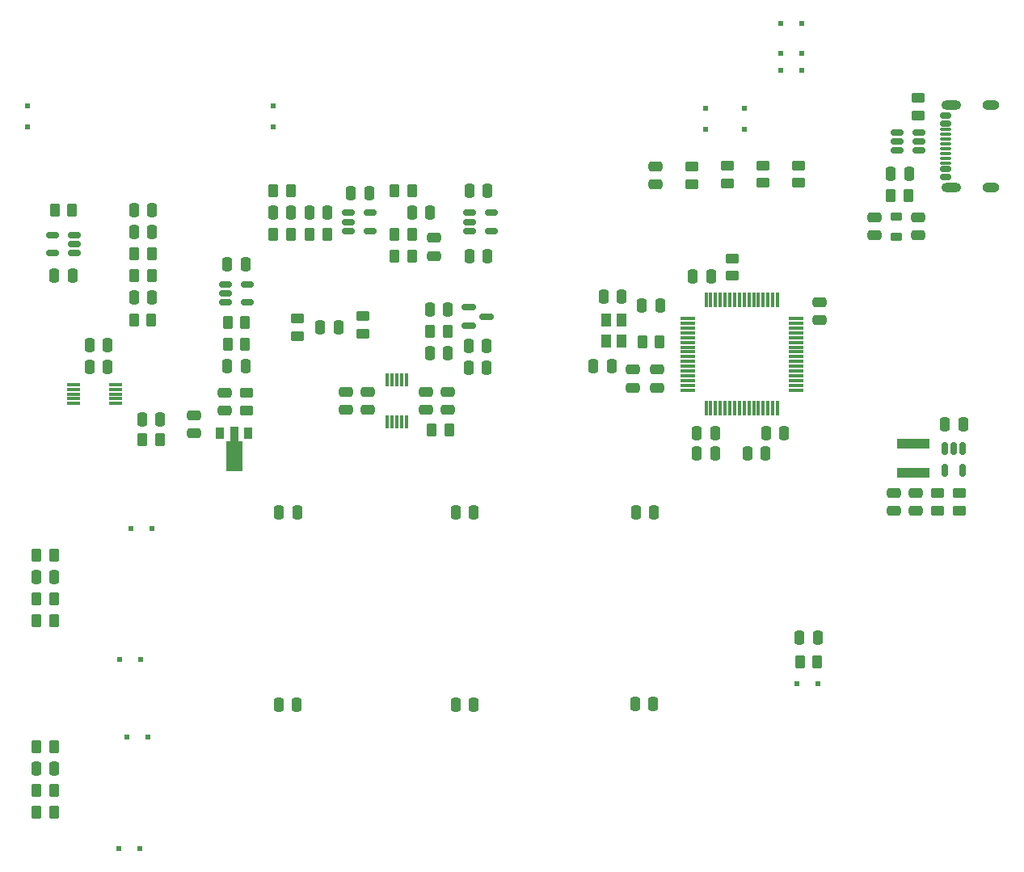
<source format=gbr>
%TF.GenerationSoftware,KiCad,Pcbnew,7.0.8*%
%TF.CreationDate,2023-12-28T00:41:14+01:00*%
%TF.ProjectId,guitar-pedal,67756974-6172-42d7-9065-64616c2e6b69,rev?*%
%TF.SameCoordinates,Original*%
%TF.FileFunction,Paste,Top*%
%TF.FilePolarity,Positive*%
%FSLAX46Y46*%
G04 Gerber Fmt 4.6, Leading zero omitted, Abs format (unit mm)*
G04 Created by KiCad (PCBNEW 7.0.8) date 2023-12-28 00:41:14*
%MOMM*%
%LPD*%
G01*
G04 APERTURE LIST*
G04 Aperture macros list*
%AMRoundRect*
0 Rectangle with rounded corners*
0 $1 Rounding radius*
0 $2 $3 $4 $5 $6 $7 $8 $9 X,Y pos of 4 corners*
0 Add a 4 corners polygon primitive as box body*
4,1,4,$2,$3,$4,$5,$6,$7,$8,$9,$2,$3,0*
0 Add four circle primitives for the rounded corners*
1,1,$1+$1,$2,$3*
1,1,$1+$1,$4,$5*
1,1,$1+$1,$6,$7*
1,1,$1+$1,$8,$9*
0 Add four rect primitives between the rounded corners*
20,1,$1+$1,$2,$3,$4,$5,0*
20,1,$1+$1,$4,$5,$6,$7,0*
20,1,$1+$1,$6,$7,$8,$9,0*
20,1,$1+$1,$8,$9,$2,$3,0*%
%AMFreePoly0*
4,1,9,3.862500,-0.866500,0.737500,-0.866500,0.737500,-0.450000,-0.737500,-0.450000,-0.737500,0.450000,0.737500,0.450000,0.737500,0.866500,3.862500,0.866500,3.862500,-0.866500,3.862500,-0.866500,$1*%
G04 Aperture macros list end*
%ADD10RoundRect,0.075000X-0.075000X-0.700000X0.075000X-0.700000X0.075000X0.700000X-0.075000X0.700000X0*%
%ADD11RoundRect,0.075000X-0.700000X-0.075000X0.700000X-0.075000X0.700000X0.075000X-0.700000X0.075000X0*%
%ADD12RoundRect,0.250000X0.250000X0.475000X-0.250000X0.475000X-0.250000X-0.475000X0.250000X-0.475000X0*%
%ADD13RoundRect,0.250000X0.262500X0.450000X-0.262500X0.450000X-0.262500X-0.450000X0.262500X-0.450000X0*%
%ADD14R,0.300000X1.450000*%
%ADD15R,0.600000X0.600000*%
%ADD16RoundRect,0.250000X-0.250000X-0.475000X0.250000X-0.475000X0.250000X0.475000X-0.250000X0.475000X0*%
%ADD17RoundRect,0.250000X0.475000X-0.250000X0.475000X0.250000X-0.475000X0.250000X-0.475000X-0.250000X0*%
%ADD18RoundRect,0.250000X-0.262500X-0.450000X0.262500X-0.450000X0.262500X0.450000X-0.262500X0.450000X0*%
%ADD19RoundRect,0.250000X-0.450000X0.262500X-0.450000X-0.262500X0.450000X-0.262500X0.450000X0.262500X0*%
%ADD20RoundRect,0.250000X0.450000X-0.262500X0.450000X0.262500X-0.450000X0.262500X-0.450000X-0.262500X0*%
%ADD21RoundRect,0.150000X-0.512500X-0.150000X0.512500X-0.150000X0.512500X0.150000X-0.512500X0.150000X0*%
%ADD22RoundRect,0.250000X-0.475000X0.250000X-0.475000X-0.250000X0.475000X-0.250000X0.475000X0.250000X0*%
%ADD23RoundRect,0.218750X-0.381250X0.218750X-0.381250X-0.218750X0.381250X-0.218750X0.381250X0.218750X0*%
%ADD24R,0.900000X1.300000*%
%ADD25FreePoly0,270.000000*%
%ADD26RoundRect,0.150000X0.512500X0.150000X-0.512500X0.150000X-0.512500X-0.150000X0.512500X-0.150000X0*%
%ADD27RoundRect,0.150000X-0.587500X-0.150000X0.587500X-0.150000X0.587500X0.150000X-0.587500X0.150000X0*%
%ADD28R,3.400000X1.100000*%
%ADD29R,1.450000X0.300000*%
%ADD30RoundRect,0.150000X-0.150000X0.512500X-0.150000X-0.512500X0.150000X-0.512500X0.150000X0.512500X0*%
%ADD31R,1.100000X1.400000*%
%ADD32RoundRect,0.150000X0.425000X-0.150000X0.425000X0.150000X-0.425000X0.150000X-0.425000X-0.150000X0*%
%ADD33RoundRect,0.075000X0.500000X-0.075000X0.500000X0.075000X-0.500000X0.075000X-0.500000X-0.075000X0*%
%ADD34O,2.100000X1.000000*%
%ADD35O,1.800000X1.000000*%
G04 APERTURE END LIST*
D10*
%TO.C,U301*%
X173691400Y-83530400D03*
X174191400Y-83530400D03*
X174691400Y-83530400D03*
X175191400Y-83530400D03*
X175691400Y-83530400D03*
X176191400Y-83530400D03*
X176691400Y-83530400D03*
X177191400Y-83530400D03*
X177691400Y-83530400D03*
X178191400Y-83530400D03*
X178691400Y-83530400D03*
X179191400Y-83530400D03*
X179691400Y-83530400D03*
X180191400Y-83530400D03*
X180691400Y-83530400D03*
X181191400Y-83530400D03*
D11*
X183116400Y-85455400D03*
X183116400Y-85955400D03*
X183116400Y-86455400D03*
X183116400Y-86955400D03*
X183116400Y-87455400D03*
X183116400Y-87955400D03*
X183116400Y-88455400D03*
X183116400Y-88955400D03*
X183116400Y-89455400D03*
X183116400Y-89955400D03*
X183116400Y-90455400D03*
X183116400Y-90955400D03*
X183116400Y-91455400D03*
X183116400Y-91955400D03*
X183116400Y-92455400D03*
X183116400Y-92955400D03*
D10*
X181191400Y-94880400D03*
X180691400Y-94880400D03*
X180191400Y-94880400D03*
X179691400Y-94880400D03*
X179191400Y-94880400D03*
X178691400Y-94880400D03*
X178191400Y-94880400D03*
X177691400Y-94880400D03*
X177191400Y-94880400D03*
X176691400Y-94880400D03*
X176191400Y-94880400D03*
X175691400Y-94880400D03*
X175191400Y-94880400D03*
X174691400Y-94880400D03*
X174191400Y-94880400D03*
X173691400Y-94880400D03*
D11*
X171766400Y-92955400D03*
X171766400Y-92455400D03*
X171766400Y-91955400D03*
X171766400Y-91455400D03*
X171766400Y-90955400D03*
X171766400Y-90455400D03*
X171766400Y-89955400D03*
X171766400Y-89455400D03*
X171766400Y-88955400D03*
X171766400Y-88455400D03*
X171766400Y-87955400D03*
X171766400Y-87455400D03*
X171766400Y-86955400D03*
X171766400Y-86455400D03*
X171766400Y-85955400D03*
X171766400Y-85455400D03*
%TD*%
D12*
%TO.C,C305*%
X174658400Y-97460400D03*
X172758400Y-97460400D03*
%TD*%
D13*
%TO.C,R605*%
X116482500Y-98145600D03*
X114657500Y-98145600D03*
%TD*%
D14*
%TO.C,U604*%
X142286400Y-91867400D03*
X141786400Y-91867400D03*
X141286400Y-91867400D03*
X140786400Y-91867400D03*
X140286400Y-91867400D03*
X140286400Y-96267400D03*
X140786400Y-96267400D03*
X141286400Y-96267400D03*
X141786400Y-96267400D03*
X142286400Y-96267400D03*
%TD*%
D15*
%TO.C,D303*%
X177698400Y-65666800D03*
X177698400Y-63466800D03*
%TD*%
D16*
%TO.C,C601*%
X144765400Y-84488400D03*
X146665400Y-84488400D03*
%TD*%
D17*
%TO.C,C615*%
X135952400Y-95017400D03*
X135952400Y-93117400D03*
%TD*%
D13*
%TO.C,R610*%
X115634400Y-78670400D03*
X113809400Y-78670400D03*
%TD*%
D17*
%TO.C,C610*%
X146620400Y-95017400D03*
X146620400Y-93117400D03*
%TD*%
D18*
%TO.C,R404*%
X103555500Y-130349200D03*
X105380500Y-130349200D03*
%TD*%
D15*
%TO.C,D403*%
X183250900Y-123697400D03*
X185450900Y-123697400D03*
%TD*%
D17*
%TO.C,C303*%
X168551400Y-92695400D03*
X168551400Y-90795400D03*
%TD*%
D16*
%TO.C,C608*%
X132131400Y-74328400D03*
X134031400Y-74328400D03*
%TD*%
D18*
%TO.C,R608*%
X141058900Y-72042400D03*
X142883900Y-72042400D03*
%TD*%
D16*
%TO.C,C403*%
X183504400Y-118871400D03*
X185404400Y-118871400D03*
%TD*%
%TO.C,C402*%
X103518000Y-132635200D03*
X105418000Y-132635200D03*
%TD*%
D19*
%TO.C,R615*%
X130930400Y-85448900D03*
X130930400Y-87273900D03*
%TD*%
D12*
%TO.C,C409*%
X168156000Y-125828000D03*
X166256000Y-125828000D03*
%TD*%
D20*
%TO.C,R501*%
X195935600Y-62333500D03*
X195935600Y-64158500D03*
%TD*%
D21*
%TO.C,U603*%
X136261900Y-74394400D03*
X136261900Y-75344400D03*
X136261900Y-76294400D03*
X138536900Y-76294400D03*
X138536900Y-74394400D03*
%TD*%
D22*
%TO.C,C621*%
X145209600Y-77024400D03*
X145209600Y-78924400D03*
%TD*%
D12*
%TO.C,C406*%
X149348400Y-105762000D03*
X147448400Y-105762000D03*
%TD*%
D16*
%TO.C,C401*%
X103506400Y-112521400D03*
X105406400Y-112521400D03*
%TD*%
D19*
%TO.C,R303*%
X179652000Y-69441900D03*
X179652000Y-71266900D03*
%TD*%
D18*
%TO.C,R502*%
X193065100Y-72538800D03*
X194890100Y-72538800D03*
%TD*%
D13*
%TO.C,R204*%
X125423900Y-88139400D03*
X123598900Y-88139400D03*
%TD*%
D16*
%TO.C,C622*%
X148895400Y-72042400D03*
X150795400Y-72042400D03*
%TD*%
D19*
%TO.C,R614*%
X137788400Y-85194900D03*
X137788400Y-87019900D03*
%TD*%
D16*
%TO.C,C616*%
X113771900Y-74098400D03*
X115671900Y-74098400D03*
%TD*%
D12*
%TO.C,C311*%
X172758400Y-99564400D03*
X174658400Y-99564400D03*
%TD*%
D22*
%TO.C,C206*%
X193344800Y-103733600D03*
X193344800Y-105633600D03*
%TD*%
D12*
%TO.C,C609*%
X114620000Y-96012000D03*
X116520000Y-96012000D03*
%TD*%
D17*
%TO.C,C612*%
X144334400Y-95017400D03*
X144334400Y-93117400D03*
%TD*%
D15*
%TO.C,D401*%
X115676400Y-107441400D03*
X113476400Y-107441400D03*
%TD*%
D19*
%TO.C,R306*%
X176479200Y-79148300D03*
X176479200Y-80973300D03*
%TD*%
D13*
%TO.C,R613*%
X107281400Y-74098400D03*
X105456400Y-74098400D03*
%TD*%
D12*
%TO.C,C302*%
X181872000Y-97481600D03*
X179972000Y-97481600D03*
%TD*%
D21*
%TO.C,U606*%
X148961900Y-74394400D03*
X148961900Y-75344400D03*
X148961900Y-76294400D03*
X151236900Y-76294400D03*
X151236900Y-74394400D03*
%TD*%
D18*
%TO.C,R205*%
X123598900Y-85853400D03*
X125423900Y-85853400D03*
%TD*%
%TO.C,R601*%
X144802900Y-86774400D03*
X146627900Y-86774400D03*
%TD*%
D12*
%TO.C,C501*%
X194978400Y-70303600D03*
X193078400Y-70303600D03*
%TD*%
D18*
%TO.C,R612*%
X141058900Y-78900400D03*
X142883900Y-78900400D03*
%TD*%
D12*
%TO.C,C308*%
X163786400Y-90475400D03*
X161886400Y-90475400D03*
%TD*%
D18*
%TO.C,R607*%
X113809400Y-80956400D03*
X115634400Y-80956400D03*
%TD*%
D16*
%TO.C,C623*%
X133282400Y-86361400D03*
X135182400Y-86361400D03*
%TD*%
D15*
%TO.C,D302*%
X183726000Y-54559200D03*
X181526000Y-54559200D03*
%TD*%
D12*
%TO.C,C619*%
X107318900Y-80956400D03*
X105418900Y-80956400D03*
%TD*%
D15*
%TO.C,D301*%
X183726000Y-57658000D03*
X181526000Y-57658000D03*
%TD*%
D22*
%TO.C,C207*%
X195630800Y-103733600D03*
X195630800Y-105633600D03*
%TD*%
D12*
%TO.C,C606*%
X130221400Y-74328400D03*
X128321400Y-74328400D03*
%TD*%
D13*
%TO.C,R603*%
X130183900Y-76614400D03*
X128358900Y-76614400D03*
%TD*%
D15*
%TO.C,D601*%
X128344000Y-63209200D03*
X128344000Y-65409200D03*
%TD*%
D21*
%TO.C,U501*%
X193726900Y-65953600D03*
X193726900Y-66903600D03*
X193726900Y-67853600D03*
X196001900Y-67853600D03*
X196001900Y-66903600D03*
X196001900Y-65953600D03*
%TD*%
D17*
%TO.C,C202*%
X191308400Y-76753400D03*
X191308400Y-74853400D03*
%TD*%
D16*
%TO.C,C607*%
X148829400Y-90584400D03*
X150729400Y-90584400D03*
%TD*%
D23*
%TO.C,L201*%
X193594400Y-74740900D03*
X193594400Y-76865900D03*
%TD*%
D13*
%TO.C,R402*%
X105380500Y-134921200D03*
X103555500Y-134921200D03*
%TD*%
D12*
%TO.C,C620*%
X150795400Y-78900400D03*
X148895400Y-78900400D03*
%TD*%
D15*
%TO.C,D304*%
X183726000Y-59436000D03*
X181526000Y-59436000D03*
%TD*%
D12*
%TO.C,C618*%
X115671900Y-76384400D03*
X113771900Y-76384400D03*
%TD*%
%TO.C,C602*%
X146665400Y-89060400D03*
X144765400Y-89060400D03*
%TD*%
D15*
%TO.C,D305*%
X173685200Y-63416000D03*
X173685200Y-65616000D03*
%TD*%
D22*
%TO.C,C201*%
X195880400Y-74853400D03*
X195880400Y-76753400D03*
%TD*%
D24*
%TO.C,U201*%
X125768400Y-97451400D03*
D25*
X124268400Y-97538900D03*
D24*
X122768400Y-97451400D03*
%TD*%
D15*
%TO.C,D602*%
X102588400Y-63209200D03*
X102588400Y-65409200D03*
%TD*%
D26*
%TO.C,U605*%
X107506400Y-78604400D03*
X107506400Y-77654400D03*
X107506400Y-76704400D03*
X105231400Y-76704400D03*
X105231400Y-78604400D03*
%TD*%
D13*
%TO.C,R611*%
X142883900Y-76614400D03*
X141058900Y-76614400D03*
%TD*%
D12*
%TO.C,C603*%
X111033600Y-88239600D03*
X109133600Y-88239600D03*
%TD*%
D18*
%TO.C,R602*%
X128358900Y-72042400D03*
X130183900Y-72042400D03*
%TD*%
D12*
%TO.C,C407*%
X149360000Y-125878800D03*
X147460000Y-125878800D03*
%TD*%
D18*
%TO.C,R403*%
X103543900Y-110235400D03*
X105368900Y-110235400D03*
%TD*%
D16*
%TO.C,C310*%
X172301200Y-81022400D03*
X174201200Y-81022400D03*
%TD*%
D17*
%TO.C,C614*%
X138238400Y-95017400D03*
X138238400Y-93117400D03*
%TD*%
D18*
%TO.C,R604*%
X132168900Y-76614400D03*
X133993900Y-76614400D03*
%TD*%
D12*
%TO.C,C307*%
X168866400Y-84125400D03*
X166966400Y-84125400D03*
%TD*%
D15*
%TO.C,D402*%
X113008400Y-129325400D03*
X115208400Y-129325400D03*
%TD*%
D17*
%TO.C,C306*%
X166011400Y-92695400D03*
X166011400Y-90795400D03*
%TD*%
D12*
%TO.C,C617*%
X144788000Y-74328400D03*
X142888000Y-74328400D03*
%TD*%
D16*
%TO.C,C304*%
X162942400Y-83145400D03*
X164842400Y-83145400D03*
%TD*%
D19*
%TO.C,R304*%
X183411200Y-69441900D03*
X183411200Y-71266900D03*
%TD*%
%TO.C,R203*%
X200202800Y-103771100D03*
X200202800Y-105596100D03*
%TD*%
D22*
%TO.C,C309*%
X185595600Y-83730000D03*
X185595600Y-85630000D03*
%TD*%
D19*
%TO.C,R305*%
X175892800Y-69443800D03*
X175892800Y-71268800D03*
%TD*%
D12*
%TO.C,C408*%
X168257600Y-105762000D03*
X166357600Y-105762000D03*
%TD*%
D17*
%TO.C,C203*%
X123276400Y-95099400D03*
X123276400Y-93199400D03*
%TD*%
D16*
%TO.C,C611*%
X136515400Y-72284800D03*
X138415400Y-72284800D03*
%TD*%
D27*
%TO.C,U601*%
X148841900Y-84300400D03*
X148841900Y-86200400D03*
X150716900Y-85250400D03*
%TD*%
D28*
%TO.C,L202*%
X195376800Y-98587600D03*
X195376800Y-101587600D03*
%TD*%
D12*
%TO.C,C208*%
X125461400Y-90425400D03*
X123561400Y-90425400D03*
%TD*%
D29*
%TO.C,U602*%
X107449600Y-92366800D03*
X107449600Y-92866800D03*
X107449600Y-93366800D03*
X107449600Y-93866800D03*
X107449600Y-94366800D03*
X111849600Y-94366800D03*
X111849600Y-93866800D03*
X111849600Y-93366800D03*
X111849600Y-92866800D03*
X111849600Y-92366800D03*
%TD*%
D12*
%TO.C,C613*%
X115671900Y-83242400D03*
X113771900Y-83242400D03*
%TD*%
D15*
%TO.C,D405*%
X112184000Y-140970000D03*
X114384000Y-140970000D03*
%TD*%
D16*
%TO.C,C301*%
X178041600Y-99615200D03*
X179941600Y-99615200D03*
%TD*%
D30*
%TO.C,U202*%
X200578800Y-99106600D03*
X199628800Y-99106600D03*
X198678800Y-99106600D03*
X198678800Y-101381600D03*
X200578800Y-101381600D03*
%TD*%
D20*
%TO.C,R202*%
X197916800Y-105596100D03*
X197916800Y-103771100D03*
%TD*%
D18*
%TO.C,R405*%
X183541900Y-121411400D03*
X185366900Y-121411400D03*
%TD*%
D12*
%TO.C,C404*%
X130868800Y-105762000D03*
X128968800Y-105762000D03*
%TD*%
D16*
%TO.C,C605*%
X148829400Y-88298400D03*
X150729400Y-88298400D03*
%TD*%
D13*
%TO.C,R406*%
X105368900Y-117093400D03*
X103543900Y-117093400D03*
%TD*%
D31*
%TO.C,Y301*%
X163244900Y-85649400D03*
X163244900Y-87849400D03*
X164844900Y-87849400D03*
X164844900Y-85649400D03*
%TD*%
D17*
%TO.C,C205*%
X120091200Y-97470000D03*
X120091200Y-95570000D03*
%TD*%
D19*
%TO.C,R302*%
X172235200Y-69561100D03*
X172235200Y-71386100D03*
%TD*%
D21*
%TO.C,U203*%
X123373900Y-81855400D03*
X123373900Y-82805400D03*
X123373900Y-83755400D03*
X125648900Y-83755400D03*
X125648900Y-81855400D03*
%TD*%
D16*
%TO.C,C209*%
X123561400Y-79757400D03*
X125461400Y-79757400D03*
%TD*%
D32*
%TO.C,J501*%
X198804400Y-70621400D03*
X198804400Y-69821400D03*
D33*
X198804400Y-68671400D03*
X198804400Y-67671400D03*
X198804400Y-67171400D03*
X198804400Y-66171400D03*
D32*
X198804400Y-65021400D03*
X198804400Y-64221400D03*
X198804400Y-64221400D03*
X198804400Y-65021400D03*
D33*
X198804400Y-65671400D03*
X198804400Y-66671400D03*
X198804400Y-68171400D03*
X198804400Y-69171400D03*
D32*
X198804400Y-69821400D03*
X198804400Y-70621400D03*
D34*
X199379400Y-71741400D03*
D35*
X203559400Y-71741400D03*
D34*
X199379400Y-63101400D03*
D35*
X203559400Y-63101400D03*
%TD*%
D12*
%TO.C,C604*%
X111033600Y-90525600D03*
X109133600Y-90525600D03*
%TD*%
D13*
%TO.C,R401*%
X105368900Y-114804400D03*
X103543900Y-114804400D03*
%TD*%
D12*
%TO.C,C204*%
X200644800Y-96555600D03*
X198744800Y-96555600D03*
%TD*%
D18*
%TO.C,R609*%
X144945900Y-97115400D03*
X146770900Y-97115400D03*
%TD*%
%TO.C,R301*%
X167003900Y-87935400D03*
X168828900Y-87935400D03*
%TD*%
D13*
%TO.C,R407*%
X105380500Y-137207200D03*
X103555500Y-137207200D03*
%TD*%
D18*
%TO.C,R606*%
X113778900Y-85594400D03*
X115603900Y-85594400D03*
%TD*%
D19*
%TO.C,R201*%
X125562400Y-93236900D03*
X125562400Y-95061900D03*
%TD*%
D15*
%TO.C,D404*%
X112285600Y-121208800D03*
X114485600Y-121208800D03*
%TD*%
D12*
%TO.C,C405*%
X130804400Y-125899400D03*
X128904400Y-125899400D03*
%TD*%
D17*
%TO.C,C312*%
X168425200Y-71423600D03*
X168425200Y-69523600D03*
%TD*%
M02*

</source>
